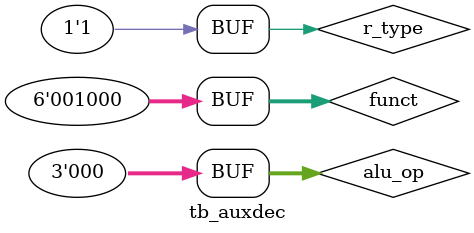
<source format=v>
`timescale 1ns / 1ps


module tb_auxdec(

    );
 
reg [2:0] alu_op = 0;
reg [5:0] funct = 0;
reg  r_type = 0;
wire [2:0] alu_ctrl;
wire  slt_op;
wire  arith_op;
wire  hilo_mov_op;
wire  hi0_lo1_sel;
wire  mul0_div1_sel;
wire  jr_sel;
 
auxdec DUT (
.alu_op                 (alu_op),
.funct                  (funct),
.r_type                 (r_type),
.alu_ctrl               (alu_ctrl),
.slt_op                 (slt_op),
.arith_op               (arith_op),
.hilo_mov_op            (hilo_mov_op),
.hi0_lo1_sel            (hi0_lo1_sel),
.mul0_div1_sel          (mul0_div1_sel),
.jr_sel                 (jr_sel)
);

integer i;

initial 
begin
	alu_op = 3'd000;
	funct = 6'h8;
	r_type = 1'b1;
	#5;



end

endmodule

</source>
